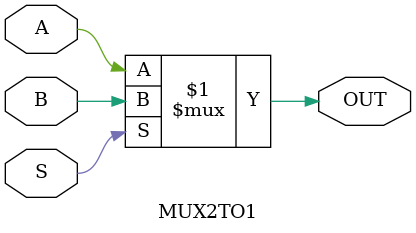
<source format=sv>

/******************************************************************
* Description
*
* JTAG BOUNDARY
*
* Author: Juan Antonio Serrano Gomez
* email : antonio.serrano@cinvestav.mx
* Date  :	09/06/2023
******************************************************************/

module E16_JTAG_BOUNDARY(input clkDR, 
					     input mode,
						 input updateDR,
					     input shiftDR,
						 input shiftIN,
					     output logic shiftOUT,
						 input parallelIN,
						 output logic parallelOUT);

	logic OUT0, OUT1;
	
	FFD     D0(clkDR,OUT0,shiftOUT);
	FFD     D1(updateDR,shiftOUT,OUT1);
	MUX2TO1 D2(parallelIN,shiftIN,shiftDR,OUT0);
	MUX2TO1 D3(parallelIN,OUT1,mode,parallelOUT);

endmodule 


module FFD(input clk_FFD,input D,output logic Q);
	always @ (posedge clk_FFD) begin
		Q <= D;
	end
endmodule 

module MUX2TO1(input A,input B,input S,output logic OUT);
	assign OUT = S? B : A;
endmodule 
</source>
